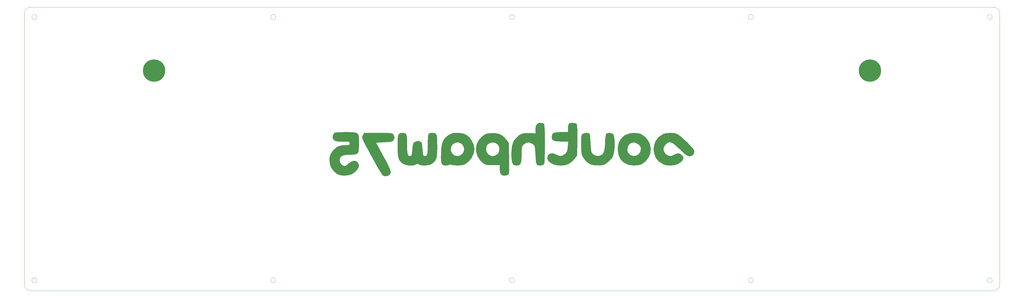
<source format=gbr>
%TF.GenerationSoftware,KiCad,Pcbnew,5.1.10-88a1d61d58~88~ubuntu21.04.1*%
%TF.CreationDate,2021-06-04T00:06:50+02:00*%
%TF.ProjectId,southpawcase,736f7574-6870-4617-9763-6173652e6b69,rev?*%
%TF.SameCoordinates,Original*%
%TF.FileFunction,Copper,L2,Bot*%
%TF.FilePolarity,Positive*%
%FSLAX46Y46*%
G04 Gerber Fmt 4.6, Leading zero omitted, Abs format (unit mm)*
G04 Created by KiCad (PCBNEW 5.1.10-88a1d61d58~88~ubuntu21.04.1) date 2021-06-04 00:06:50*
%MOMM*%
%LPD*%
G01*
G04 APERTURE LIST*
%TA.AperFunction,Profile*%
%ADD10C,0.050000*%
%TD*%
%TA.AperFunction,EtchedComponent*%
%ADD11C,0.010000*%
%TD*%
%TA.AperFunction,ComponentPad*%
%ADD12C,8.600000*%
%TD*%
G04 APERTURE END LIST*
D10*
X27687000Y-94428000D02*
G75*
G03*
X27687000Y-94428000I-950000J0D01*
G01*
X27687000Y-196078000D02*
G75*
G03*
X27687000Y-196078000I-950000J0D01*
G01*
X211987000Y-94428000D02*
G75*
G03*
X211987000Y-94428000I-950000J0D01*
G01*
X119837000Y-94428000D02*
G75*
G03*
X119837000Y-94428000I-950000J0D01*
G01*
X304137000Y-94428000D02*
G75*
G03*
X304137000Y-94428000I-950000J0D01*
G01*
X119837000Y-196078000D02*
G75*
G03*
X119837000Y-196078000I-950000J0D01*
G01*
X211987000Y-196078000D02*
G75*
G03*
X211987000Y-196078000I-950000J0D01*
G01*
X304137000Y-196078000D02*
G75*
G03*
X304137000Y-196078000I-950000J0D01*
G01*
X25318250Y-90628000D02*
X387268250Y-90628000D01*
X387268250Y-200165500D02*
X25318250Y-200165500D01*
X22937000Y-93009250D02*
G75*
G02*
X25318250Y-90628000I2381250J0D01*
G01*
X25318250Y-200165500D02*
G75*
G02*
X22937000Y-197784250I0J2381250D01*
G01*
X399174500Y-197784250D02*
G75*
G02*
X396793250Y-200165500I-2381250J0D01*
G01*
X396793250Y-90628000D02*
G75*
G02*
X399174500Y-93009250I0J-2381250D01*
G01*
X387268250Y-200165500D02*
X394412000Y-200165500D01*
X387268250Y-90628000D02*
X394412000Y-90628000D01*
X394412000Y-90628000D02*
X396793250Y-90628000D01*
X394412000Y-200165500D02*
X396793250Y-200165500D01*
X22937000Y-197784250D02*
X22937000Y-93009250D01*
X399174500Y-93009250D02*
X399174500Y-197784250D01*
X396287000Y-196078000D02*
G75*
G03*
X396287000Y-196078000I-950000J0D01*
G01*
X396287000Y-94428000D02*
G75*
G03*
X396287000Y-94428000I-950000J0D01*
G01*
D11*
G36*
X153558094Y-139913399D02*
G01*
X153239346Y-140648181D01*
X153345416Y-141436600D01*
X153377709Y-141532431D01*
X153638944Y-142129117D01*
X154132337Y-143120798D01*
X154809414Y-144420038D01*
X155621700Y-145939396D01*
X156520718Y-147591435D01*
X157457996Y-149288715D01*
X158385056Y-150943798D01*
X159253424Y-152469244D01*
X160014625Y-153777616D01*
X160620184Y-154781473D01*
X161021625Y-155393378D01*
X161138944Y-155532044D01*
X162031357Y-155880496D01*
X163040793Y-155710497D01*
X163526319Y-155440393D01*
X164086091Y-154716633D01*
X164188001Y-154170393D01*
X164048544Y-153663729D01*
X163661086Y-152729506D01*
X163069610Y-151461631D01*
X162318095Y-149954015D01*
X161450523Y-148300564D01*
X161361963Y-148136161D01*
X158538379Y-142906750D01*
X161688341Y-142757338D01*
X163143303Y-142673220D01*
X164118677Y-142569309D01*
X164732507Y-142421504D01*
X165102837Y-142205707D01*
X165261438Y-142027871D01*
X165651108Y-141154977D01*
X165482864Y-140276338D01*
X165219394Y-139835593D01*
X165030410Y-139598827D01*
X164785611Y-139426251D01*
X164396169Y-139307729D01*
X163773259Y-139233126D01*
X162828055Y-139192306D01*
X161471730Y-139175132D01*
X159615460Y-139171469D01*
X159399224Y-139171455D01*
X154044234Y-139171455D01*
X153558094Y-139913399D01*
G37*
X153558094Y-139913399D02*
X153239346Y-140648181D01*
X153345416Y-141436600D01*
X153377709Y-141532431D01*
X153638944Y-142129117D01*
X154132337Y-143120798D01*
X154809414Y-144420038D01*
X155621700Y-145939396D01*
X156520718Y-147591435D01*
X157457996Y-149288715D01*
X158385056Y-150943798D01*
X159253424Y-152469244D01*
X160014625Y-153777616D01*
X160620184Y-154781473D01*
X161021625Y-155393378D01*
X161138944Y-155532044D01*
X162031357Y-155880496D01*
X163040793Y-155710497D01*
X163526319Y-155440393D01*
X164086091Y-154716633D01*
X164188001Y-154170393D01*
X164048544Y-153663729D01*
X163661086Y-152729506D01*
X163069610Y-151461631D01*
X162318095Y-149954015D01*
X161450523Y-148300564D01*
X161361963Y-148136161D01*
X158538379Y-142906750D01*
X161688341Y-142757338D01*
X163143303Y-142673220D01*
X164118677Y-142569309D01*
X164732507Y-142421504D01*
X165102837Y-142205707D01*
X165261438Y-142027871D01*
X165651108Y-141154977D01*
X165482864Y-140276338D01*
X165219394Y-139835593D01*
X165030410Y-139598827D01*
X164785611Y-139426251D01*
X164396169Y-139307729D01*
X163773259Y-139233126D01*
X162828055Y-139192306D01*
X161471730Y-139175132D01*
X159615460Y-139171469D01*
X159399224Y-139171455D01*
X154044234Y-139171455D01*
X153558094Y-139913399D01*
G36*
X201924525Y-139318554D02*
G01*
X201093312Y-139494842D01*
X200421548Y-139825139D01*
X199847092Y-140249776D01*
X198358113Y-141739397D01*
X197454719Y-143339537D01*
X197209280Y-144258415D01*
X197169648Y-146188314D01*
X197671477Y-148021949D01*
X198663762Y-149638161D01*
X199978920Y-150837776D01*
X200583865Y-151202164D01*
X201207940Y-151422809D01*
X202025448Y-151534243D01*
X203210688Y-151571001D01*
X203687973Y-151572632D01*
X206324574Y-151572632D01*
X206324574Y-153011689D01*
X206407107Y-154296503D01*
X206697190Y-155094827D01*
X207258546Y-155500256D01*
X208091439Y-155606750D01*
X208929731Y-155502205D01*
X209527587Y-155244363D01*
X209593017Y-155180944D01*
X209725884Y-154801703D01*
X209816003Y-154006330D01*
X209865309Y-152748478D01*
X209875735Y-150981796D01*
X209853724Y-148934033D01*
X209798202Y-145446750D01*
X206161579Y-145446750D01*
X206062074Y-146405461D01*
X205680800Y-147082358D01*
X205329942Y-147420817D01*
X204238624Y-148032008D01*
X203096634Y-148115818D01*
X202047157Y-147675204D01*
X201678540Y-147345467D01*
X201142758Y-146425118D01*
X200945405Y-145332527D01*
X201111848Y-144315638D01*
X201328783Y-143926737D01*
X202283558Y-143112015D01*
X203418070Y-142798971D01*
X204578534Y-143005054D01*
X205329942Y-143472682D01*
X205906811Y-144119489D01*
X206137355Y-144894872D01*
X206161579Y-145446750D01*
X209798202Y-145446750D01*
X209761044Y-143112927D01*
X208820222Y-141815184D01*
X207585535Y-140464304D01*
X206164580Y-139623276D01*
X204456162Y-139246060D01*
X203134151Y-139228226D01*
X201924525Y-139318554D01*
G37*
X201924525Y-139318554D02*
X201093312Y-139494842D01*
X200421548Y-139825139D01*
X199847092Y-140249776D01*
X198358113Y-141739397D01*
X197454719Y-143339537D01*
X197209280Y-144258415D01*
X197169648Y-146188314D01*
X197671477Y-148021949D01*
X198663762Y-149638161D01*
X199978920Y-150837776D01*
X200583865Y-151202164D01*
X201207940Y-151422809D01*
X202025448Y-151534243D01*
X203210688Y-151571001D01*
X203687973Y-151572632D01*
X206324574Y-151572632D01*
X206324574Y-153011689D01*
X206407107Y-154296503D01*
X206697190Y-155094827D01*
X207258546Y-155500256D01*
X208091439Y-155606750D01*
X208929731Y-155502205D01*
X209527587Y-155244363D01*
X209593017Y-155180944D01*
X209725884Y-154801703D01*
X209816003Y-154006330D01*
X209865309Y-152748478D01*
X209875735Y-150981796D01*
X209853724Y-148934033D01*
X209798202Y-145446750D01*
X206161579Y-145446750D01*
X206062074Y-146405461D01*
X205680800Y-147082358D01*
X205329942Y-147420817D01*
X204238624Y-148032008D01*
X203096634Y-148115818D01*
X202047157Y-147675204D01*
X201678540Y-147345467D01*
X201142758Y-146425118D01*
X200945405Y-145332527D01*
X201111848Y-144315638D01*
X201328783Y-143926737D01*
X202283558Y-143112015D01*
X203418070Y-142798971D01*
X204578534Y-143005054D01*
X205329942Y-143472682D01*
X205906811Y-144119489D01*
X206137355Y-144894872D01*
X206161579Y-145446750D01*
X209798202Y-145446750D01*
X209761044Y-143112927D01*
X208820222Y-141815184D01*
X207585535Y-140464304D01*
X206164580Y-139623276D01*
X204456162Y-139246060D01*
X203134151Y-139228226D01*
X201924525Y-139318554D01*
G36*
X146806770Y-138872632D02*
G01*
X145145762Y-138881622D01*
X143977740Y-138916988D01*
X143198198Y-138991329D01*
X142702634Y-139117241D01*
X142386543Y-139307321D01*
X142273240Y-139419103D01*
X141843701Y-140269730D01*
X141867800Y-141204193D01*
X142325162Y-141963965D01*
X142750607Y-142215924D01*
X143430496Y-142369674D01*
X144488781Y-142443864D01*
X145612221Y-142458514D01*
X146899850Y-142464187D01*
X147703765Y-142501910D01*
X148137898Y-142602740D01*
X148316179Y-142797733D01*
X148352540Y-143117947D01*
X148352809Y-143205573D01*
X148317302Y-143611883D01*
X148119425Y-143835567D01*
X147622140Y-143930967D01*
X146688412Y-143952428D01*
X146468960Y-143952632D01*
X145252217Y-144008383D01*
X144336986Y-144227034D01*
X143433321Y-144685681D01*
X143224964Y-144815211D01*
X141914663Y-145967987D01*
X141046948Y-147406329D01*
X140621817Y-149014179D01*
X140639271Y-150675480D01*
X141099311Y-152274176D01*
X142001936Y-153694209D01*
X143224964Y-154744170D01*
X144184676Y-155271147D01*
X145092251Y-155527156D01*
X146253256Y-155594090D01*
X146394254Y-155593543D01*
X148149222Y-155410218D01*
X149287814Y-155007314D01*
X150320768Y-154305007D01*
X151194393Y-153430808D01*
X151774997Y-152540672D01*
X151938691Y-151915018D01*
X151715524Y-150872968D01*
X151122840Y-150208378D01*
X150275869Y-149949133D01*
X149289839Y-150123115D01*
X148279980Y-150758209D01*
X148053985Y-150974985D01*
X147201235Y-151723649D01*
X146488691Y-151975298D01*
X145762731Y-151753348D01*
X145255461Y-151401531D01*
X144626055Y-150648455D01*
X144468103Y-149779691D01*
X144633774Y-148828002D01*
X145169313Y-148162337D01*
X146132513Y-147750542D01*
X147581167Y-147560461D01*
X148496206Y-147538514D01*
X149830365Y-147515167D01*
X150766045Y-147385166D01*
X151373856Y-147058570D01*
X151724411Y-146445438D01*
X151888319Y-145455830D01*
X151936191Y-143999805D01*
X151938691Y-143153652D01*
X151932271Y-141601655D01*
X151857570Y-140478736D01*
X151631433Y-139715524D01*
X151170702Y-139242650D01*
X150392220Y-138990746D01*
X149212829Y-138890441D01*
X147549373Y-138872367D01*
X146806770Y-138872632D01*
G37*
X146806770Y-138872632D02*
X145145762Y-138881622D01*
X143977740Y-138916988D01*
X143198198Y-138991329D01*
X142702634Y-139117241D01*
X142386543Y-139307321D01*
X142273240Y-139419103D01*
X141843701Y-140269730D01*
X141867800Y-141204193D01*
X142325162Y-141963965D01*
X142750607Y-142215924D01*
X143430496Y-142369674D01*
X144488781Y-142443864D01*
X145612221Y-142458514D01*
X146899850Y-142464187D01*
X147703765Y-142501910D01*
X148137898Y-142602740D01*
X148316179Y-142797733D01*
X148352540Y-143117947D01*
X148352809Y-143205573D01*
X148317302Y-143611883D01*
X148119425Y-143835567D01*
X147622140Y-143930967D01*
X146688412Y-143952428D01*
X146468960Y-143952632D01*
X145252217Y-144008383D01*
X144336986Y-144227034D01*
X143433321Y-144685681D01*
X143224964Y-144815211D01*
X141914663Y-145967987D01*
X141046948Y-147406329D01*
X140621817Y-149014179D01*
X140639271Y-150675480D01*
X141099311Y-152274176D01*
X142001936Y-153694209D01*
X143224964Y-154744170D01*
X144184676Y-155271147D01*
X145092251Y-155527156D01*
X146253256Y-155594090D01*
X146394254Y-155593543D01*
X148149222Y-155410218D01*
X149287814Y-155007314D01*
X150320768Y-154305007D01*
X151194393Y-153430808D01*
X151774997Y-152540672D01*
X151938691Y-151915018D01*
X151715524Y-150872968D01*
X151122840Y-150208378D01*
X150275869Y-149949133D01*
X149289839Y-150123115D01*
X148279980Y-150758209D01*
X148053985Y-150974985D01*
X147201235Y-151723649D01*
X146488691Y-151975298D01*
X145762731Y-151753348D01*
X145255461Y-151401531D01*
X144626055Y-150648455D01*
X144468103Y-149779691D01*
X144633774Y-148828002D01*
X145169313Y-148162337D01*
X146132513Y-147750542D01*
X147581167Y-147560461D01*
X148496206Y-147538514D01*
X149830365Y-147515167D01*
X150766045Y-147385166D01*
X151373856Y-147058570D01*
X151724411Y-146445438D01*
X151888319Y-145455830D01*
X151936191Y-143999805D01*
X151938691Y-143153652D01*
X151932271Y-141601655D01*
X151857570Y-140478736D01*
X151631433Y-139715524D01*
X151170702Y-139242650D01*
X150392220Y-138990746D01*
X149212829Y-138890441D01*
X147549373Y-138872367D01*
X146806770Y-138872632D01*
G36*
X270655653Y-139288980D02*
G01*
X269358664Y-139638607D01*
X269140316Y-139740022D01*
X267610766Y-140821450D01*
X266518547Y-142205067D01*
X265863913Y-143789359D01*
X265647114Y-145472811D01*
X265868403Y-147153905D01*
X266528031Y-148731128D01*
X267626251Y-150102964D01*
X269112023Y-151142002D01*
X270548250Y-151605692D01*
X272214372Y-151735772D01*
X273862309Y-151536390D01*
X275194462Y-151040280D01*
X276038804Y-150440092D01*
X276702196Y-149759791D01*
X276831855Y-149564773D01*
X277102672Y-148969605D01*
X277041129Y-148503309D01*
X276661399Y-147925738D01*
X275834405Y-147180316D01*
X274910020Y-147024038D01*
X273903918Y-147459190D01*
X273830105Y-147512399D01*
X272661167Y-148068931D01*
X271502475Y-148036904D01*
X270417839Y-147420766D01*
X270249822Y-147262677D01*
X269523502Y-146216596D01*
X269392283Y-145147444D01*
X269856168Y-144087243D01*
X270249822Y-143630822D01*
X270970857Y-143015956D01*
X271654338Y-142723972D01*
X272382703Y-142781914D01*
X273238390Y-143216826D01*
X274303836Y-144055753D01*
X275661480Y-145325740D01*
X275785162Y-145446750D01*
X276982884Y-146597960D01*
X277863685Y-147376808D01*
X278517245Y-147848946D01*
X279033245Y-148080026D01*
X279458859Y-148136161D01*
X280487969Y-147902758D01*
X281135788Y-147250487D01*
X281329279Y-146390680D01*
X281223469Y-145930841D01*
X280867056Y-145338627D01*
X280201564Y-144539275D01*
X279168521Y-143458023D01*
X278565162Y-142856614D01*
X277434712Y-141776606D01*
X276364665Y-140817645D01*
X275471308Y-140079954D01*
X274870932Y-139663757D01*
X274844707Y-139650163D01*
X273653709Y-139290741D01*
X272172346Y-139171686D01*
X270655653Y-139288980D01*
G37*
X270655653Y-139288980D02*
X269358664Y-139638607D01*
X269140316Y-139740022D01*
X267610766Y-140821450D01*
X266518547Y-142205067D01*
X265863913Y-143789359D01*
X265647114Y-145472811D01*
X265868403Y-147153905D01*
X266528031Y-148731128D01*
X267626251Y-150102964D01*
X269112023Y-151142002D01*
X270548250Y-151605692D01*
X272214372Y-151735772D01*
X273862309Y-151536390D01*
X275194462Y-151040280D01*
X276038804Y-150440092D01*
X276702196Y-149759791D01*
X276831855Y-149564773D01*
X277102672Y-148969605D01*
X277041129Y-148503309D01*
X276661399Y-147925738D01*
X275834405Y-147180316D01*
X274910020Y-147024038D01*
X273903918Y-147459190D01*
X273830105Y-147512399D01*
X272661167Y-148068931D01*
X271502475Y-148036904D01*
X270417839Y-147420766D01*
X270249822Y-147262677D01*
X269523502Y-146216596D01*
X269392283Y-145147444D01*
X269856168Y-144087243D01*
X270249822Y-143630822D01*
X270970857Y-143015956D01*
X271654338Y-142723972D01*
X272382703Y-142781914D01*
X273238390Y-143216826D01*
X274303836Y-144055753D01*
X275661480Y-145325740D01*
X275785162Y-145446750D01*
X276982884Y-146597960D01*
X277863685Y-147376808D01*
X278517245Y-147848946D01*
X279033245Y-148080026D01*
X279458859Y-148136161D01*
X280487969Y-147902758D01*
X281135788Y-147250487D01*
X281329279Y-146390680D01*
X281223469Y-145930841D01*
X280867056Y-145338627D01*
X280201564Y-144539275D01*
X279168521Y-143458023D01*
X278565162Y-142856614D01*
X277434712Y-141776606D01*
X276364665Y-140817645D01*
X275471308Y-140079954D01*
X274870932Y-139663757D01*
X274844707Y-139650163D01*
X273653709Y-139290741D01*
X272172346Y-139171686D01*
X270655653Y-139288980D01*
G36*
X256189133Y-139434633D02*
G01*
X254760655Y-139997700D01*
X254396276Y-140226378D01*
X253012793Y-141503567D01*
X252155418Y-143035009D01*
X251804156Y-144863792D01*
X251806522Y-145807401D01*
X252163287Y-147793170D01*
X252978196Y-149412175D01*
X254212744Y-150627870D01*
X255828422Y-151403709D01*
X257786724Y-151703146D01*
X258021044Y-151705431D01*
X259197195Y-151640400D01*
X260263221Y-151478696D01*
X260859868Y-151303548D01*
X261683255Y-150814885D01*
X262514766Y-150140704D01*
X262605849Y-150051455D01*
X263753432Y-148512994D01*
X264377589Y-146817697D01*
X264470865Y-145432564D01*
X260710456Y-145432564D01*
X260460907Y-146622084D01*
X259800753Y-147502492D01*
X258862735Y-148013590D01*
X257779594Y-148095178D01*
X256684070Y-147687058D01*
X256326264Y-147420817D01*
X255749395Y-146774010D01*
X255518852Y-145998627D01*
X255494627Y-145446750D01*
X255737363Y-144234312D01*
X256383134Y-143359466D01*
X257308286Y-142877349D01*
X258389164Y-142843099D01*
X259502115Y-143311853D01*
X259791058Y-143530960D01*
X260444951Y-144233111D01*
X260692255Y-145017937D01*
X260710456Y-145432564D01*
X264470865Y-145432564D01*
X264495753Y-145062999D01*
X264125358Y-143346332D01*
X263283837Y-141765132D01*
X261988624Y-140416832D01*
X260739753Y-139621989D01*
X259401342Y-139225563D01*
X257810249Y-139170182D01*
X256189133Y-139434633D01*
G37*
X256189133Y-139434633D02*
X254760655Y-139997700D01*
X254396276Y-140226378D01*
X253012793Y-141503567D01*
X252155418Y-143035009D01*
X251804156Y-144863792D01*
X251806522Y-145807401D01*
X252163287Y-147793170D01*
X252978196Y-149412175D01*
X254212744Y-150627870D01*
X255828422Y-151403709D01*
X257786724Y-151703146D01*
X258021044Y-151705431D01*
X259197195Y-151640400D01*
X260263221Y-151478696D01*
X260859868Y-151303548D01*
X261683255Y-150814885D01*
X262514766Y-150140704D01*
X262605849Y-150051455D01*
X263753432Y-148512994D01*
X264377589Y-146817697D01*
X264470865Y-145432564D01*
X260710456Y-145432564D01*
X260460907Y-146622084D01*
X259800753Y-147502492D01*
X258862735Y-148013590D01*
X257779594Y-148095178D01*
X256684070Y-147687058D01*
X256326264Y-147420817D01*
X255749395Y-146774010D01*
X255518852Y-145998627D01*
X255494627Y-145446750D01*
X255737363Y-144234312D01*
X256383134Y-143359466D01*
X257308286Y-142877349D01*
X258389164Y-142843099D01*
X259502115Y-143311853D01*
X259791058Y-143530960D01*
X260444951Y-144233111D01*
X260692255Y-145017937D01*
X260710456Y-145432564D01*
X264470865Y-145432564D01*
X264495753Y-145062999D01*
X264125358Y-143346332D01*
X263283837Y-141765132D01*
X261988624Y-140416832D01*
X260739753Y-139621989D01*
X259401342Y-139225563D01*
X257810249Y-139170182D01*
X256189133Y-139434633D01*
G36*
X247650526Y-139321915D02*
G01*
X247332458Y-139544985D01*
X247195588Y-139985692D01*
X247065634Y-140880158D01*
X246959945Y-142084582D01*
X246908873Y-143056161D01*
X246804516Y-144782603D01*
X246621422Y-146017674D01*
X246323034Y-146866160D01*
X245872799Y-147432847D01*
X245248383Y-147816072D01*
X244011594Y-148117929D01*
X242879691Y-147834212D01*
X242275345Y-147415473D01*
X241911152Y-147073526D01*
X241664697Y-146709120D01*
X241505806Y-146196743D01*
X241404302Y-145410882D01*
X241330011Y-144226026D01*
X241287505Y-143306650D01*
X241207011Y-141917306D01*
X241103095Y-140733359D01*
X240990005Y-139891634D01*
X240895761Y-139544985D01*
X240404763Y-139258373D01*
X239615778Y-139184756D01*
X238785687Y-139315080D01*
X238171370Y-139640291D01*
X238170624Y-139641035D01*
X237959376Y-139975554D01*
X237819421Y-140546486D01*
X237738510Y-141457824D01*
X237704395Y-142813559D01*
X237701044Y-143628153D01*
X237714121Y-145198549D01*
X237767354Y-146317665D01*
X237881749Y-147131561D01*
X238078314Y-147786296D01*
X238378054Y-148427929D01*
X238396339Y-148462691D01*
X239089374Y-149457609D01*
X240006166Y-150395563D01*
X240357524Y-150671305D01*
X241163288Y-151171699D01*
X241953373Y-151461482D01*
X242963427Y-151608684D01*
X243771053Y-151656778D01*
X245230381Y-151656513D01*
X246263818Y-151491997D01*
X246815162Y-151269207D01*
X248398689Y-150128328D01*
X249621780Y-148654055D01*
X249983927Y-147986750D01*
X250273022Y-147051744D01*
X250470716Y-145790634D01*
X250576654Y-144350675D01*
X250590481Y-142879122D01*
X250511842Y-141523232D01*
X250340383Y-140430260D01*
X250075748Y-139747462D01*
X250003985Y-139666005D01*
X249299111Y-139302658D01*
X248426060Y-139183950D01*
X247650526Y-139321915D01*
G37*
X247650526Y-139321915D02*
X247332458Y-139544985D01*
X247195588Y-139985692D01*
X247065634Y-140880158D01*
X246959945Y-142084582D01*
X246908873Y-143056161D01*
X246804516Y-144782603D01*
X246621422Y-146017674D01*
X246323034Y-146866160D01*
X245872799Y-147432847D01*
X245248383Y-147816072D01*
X244011594Y-148117929D01*
X242879691Y-147834212D01*
X242275345Y-147415473D01*
X241911152Y-147073526D01*
X241664697Y-146709120D01*
X241505806Y-146196743D01*
X241404302Y-145410882D01*
X241330011Y-144226026D01*
X241287505Y-143306650D01*
X241207011Y-141917306D01*
X241103095Y-140733359D01*
X240990005Y-139891634D01*
X240895761Y-139544985D01*
X240404763Y-139258373D01*
X239615778Y-139184756D01*
X238785687Y-139315080D01*
X238171370Y-139640291D01*
X238170624Y-139641035D01*
X237959376Y-139975554D01*
X237819421Y-140546486D01*
X237738510Y-141457824D01*
X237704395Y-142813559D01*
X237701044Y-143628153D01*
X237714121Y-145198549D01*
X237767354Y-146317665D01*
X237881749Y-147131561D01*
X238078314Y-147786296D01*
X238378054Y-148427929D01*
X238396339Y-148462691D01*
X239089374Y-149457609D01*
X240006166Y-150395563D01*
X240357524Y-150671305D01*
X241163288Y-151171699D01*
X241953373Y-151461482D01*
X242963427Y-151608684D01*
X243771053Y-151656778D01*
X245230381Y-151656513D01*
X246263818Y-151491997D01*
X246815162Y-151269207D01*
X248398689Y-150128328D01*
X249621780Y-148654055D01*
X249983927Y-147986750D01*
X250273022Y-147051744D01*
X250470716Y-145790634D01*
X250576654Y-144350675D01*
X250590481Y-142879122D01*
X250511842Y-141523232D01*
X250340383Y-140430260D01*
X250075748Y-139747462D01*
X250003985Y-139666005D01*
X249299111Y-139302658D01*
X248426060Y-139183950D01*
X247650526Y-139321915D01*
G36*
X233605657Y-135368845D02*
G01*
X232994070Y-135631439D01*
X232979632Y-135645338D01*
X232766486Y-136141267D01*
X232638044Y-136985765D01*
X232621044Y-137438279D01*
X232621044Y-138872632D01*
X229977946Y-138872632D01*
X228408650Y-138929237D01*
X227345133Y-139127363D01*
X226703793Y-139509471D01*
X226401029Y-140118025D01*
X226345750Y-140717495D01*
X226472056Y-141468229D01*
X226903008Y-141980533D01*
X227716658Y-142290888D01*
X228991059Y-142435775D01*
X230070780Y-142458514D01*
X232702868Y-142458514D01*
X232541722Y-144466059D01*
X232419215Y-145600126D01*
X232224803Y-146337665D01*
X231881165Y-146879772D01*
X231450213Y-147304883D01*
X230461317Y-147952506D01*
X229444448Y-148081971D01*
X228273458Y-147699127D01*
X227849891Y-147471851D01*
X226707389Y-147044273D01*
X225726004Y-147120554D01*
X224996441Y-147679708D01*
X224732709Y-148193033D01*
X224665249Y-149144789D01*
X225095039Y-149996919D01*
X225925365Y-150716061D01*
X227059516Y-151268856D01*
X228400777Y-151621941D01*
X229852438Y-151741956D01*
X231317784Y-151595540D01*
X232700104Y-151149332D01*
X232947574Y-151026749D01*
X233940506Y-150334999D01*
X234879344Y-149418064D01*
X235161044Y-149059720D01*
X236057515Y-147787986D01*
X236150195Y-141963173D01*
X236172886Y-139701748D01*
X236158458Y-137990582D01*
X236104979Y-136783326D01*
X236010516Y-136033627D01*
X235889488Y-135712555D01*
X235330527Y-135415805D01*
X234476863Y-135299101D01*
X233605657Y-135368845D01*
G37*
X233605657Y-135368845D02*
X232994070Y-135631439D01*
X232979632Y-135645338D01*
X232766486Y-136141267D01*
X232638044Y-136985765D01*
X232621044Y-137438279D01*
X232621044Y-138872632D01*
X229977946Y-138872632D01*
X228408650Y-138929237D01*
X227345133Y-139127363D01*
X226703793Y-139509471D01*
X226401029Y-140118025D01*
X226345750Y-140717495D01*
X226472056Y-141468229D01*
X226903008Y-141980533D01*
X227716658Y-142290888D01*
X228991059Y-142435775D01*
X230070780Y-142458514D01*
X232702868Y-142458514D01*
X232541722Y-144466059D01*
X232419215Y-145600126D01*
X232224803Y-146337665D01*
X231881165Y-146879772D01*
X231450213Y-147304883D01*
X230461317Y-147952506D01*
X229444448Y-148081971D01*
X228273458Y-147699127D01*
X227849891Y-147471851D01*
X226707389Y-147044273D01*
X225726004Y-147120554D01*
X224996441Y-147679708D01*
X224732709Y-148193033D01*
X224665249Y-149144789D01*
X225095039Y-149996919D01*
X225925365Y-150716061D01*
X227059516Y-151268856D01*
X228400777Y-151621941D01*
X229852438Y-151741956D01*
X231317784Y-151595540D01*
X232700104Y-151149332D01*
X232947574Y-151026749D01*
X233940506Y-150334999D01*
X234879344Y-149418064D01*
X235161044Y-149059720D01*
X236057515Y-147787986D01*
X236150195Y-141963173D01*
X236172886Y-139701748D01*
X236158458Y-137990582D01*
X236104979Y-136783326D01*
X236010516Y-136033627D01*
X235889488Y-135712555D01*
X235330527Y-135415805D01*
X234476863Y-135299101D01*
X233605657Y-135368845D01*
G36*
X220903752Y-135577137D02*
G01*
X220565005Y-135833220D01*
X220194866Y-136631662D01*
X220070456Y-137860047D01*
X220070456Y-139340404D01*
X218005977Y-139223750D01*
X216233152Y-139229778D01*
X214850474Y-139514923D01*
X213692976Y-140136869D01*
X212646549Y-141097777D01*
X211874785Y-142055404D01*
X211344960Y-143055660D01*
X211017234Y-144238331D01*
X210851770Y-145743202D01*
X210808593Y-147546730D01*
X210855423Y-149243395D01*
X211023144Y-150428683D01*
X211349128Y-151182997D01*
X211870748Y-151586743D01*
X212625375Y-151720324D01*
X212749279Y-151722044D01*
X213523140Y-151626570D01*
X214067839Y-151286366D01*
X214419450Y-150620763D01*
X214614049Y-149549089D01*
X214687711Y-147990673D01*
X214691632Y-147378520D01*
X214699761Y-146001068D01*
X214744531Y-145081947D01*
X214856514Y-144481871D01*
X215066285Y-144061556D01*
X215404418Y-143681716D01*
X215529748Y-143560304D01*
X216593311Y-142891329D01*
X217727448Y-142801128D01*
X218846196Y-143291691D01*
X219082037Y-143478026D01*
X219442200Y-143815128D01*
X219687196Y-144173306D01*
X219846051Y-144675823D01*
X219947790Y-145445945D01*
X220021438Y-146606934D01*
X220069877Y-147673110D01*
X220155747Y-149295516D01*
X220279773Y-150413869D01*
X220488375Y-151121707D01*
X220827974Y-151512568D01*
X221344990Y-151679989D01*
X222077001Y-151717468D01*
X222968425Y-151531355D01*
X223347001Y-151144042D01*
X223453839Y-150650589D01*
X223538953Y-149677374D01*
X223602663Y-148324747D01*
X223645287Y-146693057D01*
X223667144Y-144882653D01*
X223668553Y-142993885D01*
X223649833Y-141127101D01*
X223611302Y-139382650D01*
X223553280Y-137860883D01*
X223476086Y-136662148D01*
X223380038Y-135886795D01*
X223297750Y-135645338D01*
X222631574Y-135338924D01*
X221738753Y-135322710D01*
X220903752Y-135577137D01*
G37*
X220903752Y-135577137D02*
X220565005Y-135833220D01*
X220194866Y-136631662D01*
X220070456Y-137860047D01*
X220070456Y-139340404D01*
X218005977Y-139223750D01*
X216233152Y-139229778D01*
X214850474Y-139514923D01*
X213692976Y-140136869D01*
X212646549Y-141097777D01*
X211874785Y-142055404D01*
X211344960Y-143055660D01*
X211017234Y-144238331D01*
X210851770Y-145743202D01*
X210808593Y-147546730D01*
X210855423Y-149243395D01*
X211023144Y-150428683D01*
X211349128Y-151182997D01*
X211870748Y-151586743D01*
X212625375Y-151720324D01*
X212749279Y-151722044D01*
X213523140Y-151626570D01*
X214067839Y-151286366D01*
X214419450Y-150620763D01*
X214614049Y-149549089D01*
X214687711Y-147990673D01*
X214691632Y-147378520D01*
X214699761Y-146001068D01*
X214744531Y-145081947D01*
X214856514Y-144481871D01*
X215066285Y-144061556D01*
X215404418Y-143681716D01*
X215529748Y-143560304D01*
X216593311Y-142891329D01*
X217727448Y-142801128D01*
X218846196Y-143291691D01*
X219082037Y-143478026D01*
X219442200Y-143815128D01*
X219687196Y-144173306D01*
X219846051Y-144675823D01*
X219947790Y-145445945D01*
X220021438Y-146606934D01*
X220069877Y-147673110D01*
X220155747Y-149295516D01*
X220279773Y-150413869D01*
X220488375Y-151121707D01*
X220827974Y-151512568D01*
X221344990Y-151679989D01*
X222077001Y-151717468D01*
X222968425Y-151531355D01*
X223347001Y-151144042D01*
X223453839Y-150650589D01*
X223538953Y-149677374D01*
X223602663Y-148324747D01*
X223645287Y-146693057D01*
X223667144Y-144882653D01*
X223668553Y-142993885D01*
X223649833Y-141127101D01*
X223611302Y-139382650D01*
X223553280Y-137860883D01*
X223476086Y-136662148D01*
X223380038Y-135886795D01*
X223297750Y-135645338D01*
X222631574Y-135338924D01*
X221738753Y-135322710D01*
X220903752Y-135577137D01*
G36*
X188616480Y-139214940D02*
G01*
X187765476Y-139399282D01*
X186951356Y-139805314D01*
X186432688Y-140142632D01*
X185411386Y-140933495D01*
X184676050Y-141784349D01*
X184178985Y-142813154D01*
X183872494Y-144137873D01*
X183708884Y-145876467D01*
X183664259Y-146989566D01*
X183636066Y-148778634D01*
X183689875Y-150055959D01*
X183856381Y-150905239D01*
X184166280Y-151410173D01*
X184650265Y-151654458D01*
X185339031Y-151721793D01*
X185399805Y-151722044D01*
X186189876Y-151654733D01*
X186691693Y-151487708D01*
X186744576Y-151434638D01*
X187160140Y-151300881D01*
X187678135Y-151434638D01*
X188724020Y-151654996D01*
X190060255Y-151705133D01*
X191422701Y-151595570D01*
X192547221Y-151336830D01*
X192800939Y-151230586D01*
X194214173Y-150234454D01*
X195365274Y-148845228D01*
X196148673Y-147229777D01*
X196458802Y-145554969D01*
X196459099Y-145529486D01*
X192578603Y-145529486D01*
X192334694Y-146508702D01*
X191772674Y-147343992D01*
X190972845Y-147933891D01*
X190015509Y-148176930D01*
X188980967Y-147971644D01*
X188502835Y-147699827D01*
X187703557Y-146822143D01*
X187342149Y-145719553D01*
X187481992Y-144592593D01*
X187503621Y-144538378D01*
X188202085Y-143486340D01*
X189158575Y-142883920D01*
X190238488Y-142762303D01*
X191307218Y-143152672D01*
X191790884Y-143545145D01*
X192424100Y-144507812D01*
X192578603Y-145529486D01*
X196459099Y-145529486D01*
X196460064Y-145446750D01*
X196203436Y-143866563D01*
X195507015Y-142296564D01*
X194481001Y-140907189D01*
X193235590Y-139868875D01*
X192662995Y-139574009D01*
X191840290Y-139357056D01*
X190703186Y-139210905D01*
X189783237Y-139171455D01*
X188616480Y-139214940D01*
G37*
X188616480Y-139214940D02*
X187765476Y-139399282D01*
X186951356Y-139805314D01*
X186432688Y-140142632D01*
X185411386Y-140933495D01*
X184676050Y-141784349D01*
X184178985Y-142813154D01*
X183872494Y-144137873D01*
X183708884Y-145876467D01*
X183664259Y-146989566D01*
X183636066Y-148778634D01*
X183689875Y-150055959D01*
X183856381Y-150905239D01*
X184166280Y-151410173D01*
X184650265Y-151654458D01*
X185339031Y-151721793D01*
X185399805Y-151722044D01*
X186189876Y-151654733D01*
X186691693Y-151487708D01*
X186744576Y-151434638D01*
X187160140Y-151300881D01*
X187678135Y-151434638D01*
X188724020Y-151654996D01*
X190060255Y-151705133D01*
X191422701Y-151595570D01*
X192547221Y-151336830D01*
X192800939Y-151230586D01*
X194214173Y-150234454D01*
X195365274Y-148845228D01*
X196148673Y-147229777D01*
X196458802Y-145554969D01*
X196459099Y-145529486D01*
X192578603Y-145529486D01*
X192334694Y-146508702D01*
X191772674Y-147343992D01*
X190972845Y-147933891D01*
X190015509Y-148176930D01*
X188980967Y-147971644D01*
X188502835Y-147699827D01*
X187703557Y-146822143D01*
X187342149Y-145719553D01*
X187481992Y-144592593D01*
X187503621Y-144538378D01*
X188202085Y-143486340D01*
X189158575Y-142883920D01*
X190238488Y-142762303D01*
X191307218Y-143152672D01*
X191790884Y-143545145D01*
X192424100Y-144507812D01*
X192578603Y-145529486D01*
X196459099Y-145529486D01*
X196460064Y-145446750D01*
X196203436Y-143866563D01*
X195507015Y-142296564D01*
X194481001Y-140907189D01*
X193235590Y-139868875D01*
X192662995Y-139574009D01*
X191840290Y-139357056D01*
X190703186Y-139210905D01*
X189783237Y-139171455D01*
X188616480Y-139214940D01*
G36*
X179621181Y-139204568D02*
G01*
X178947186Y-139480572D01*
X178892574Y-139530044D01*
X178714545Y-140019544D01*
X178597445Y-141077545D01*
X178540352Y-142714698D01*
X178533985Y-143676984D01*
X178511503Y-145455131D01*
X178427914Y-146712705D01*
X178259005Y-147525639D01*
X177980563Y-147969866D01*
X177568374Y-148121320D01*
X177128929Y-148083263D01*
X176852351Y-147940075D01*
X176667649Y-147558759D01*
X176543116Y-146821530D01*
X176447042Y-145610599D01*
X176442221Y-145532287D01*
X176338283Y-144360276D01*
X176194403Y-143414252D01*
X176037189Y-142856865D01*
X175993985Y-142792182D01*
X175143930Y-142339955D01*
X174160496Y-142352360D01*
X173435091Y-142711788D01*
X173053551Y-143095812D01*
X172812291Y-143597192D01*
X172663945Y-144374024D01*
X172561144Y-145584409D01*
X172557515Y-145640866D01*
X172458590Y-146849418D01*
X172329277Y-147580192D01*
X172135875Y-147953045D01*
X171870807Y-148083292D01*
X171334949Y-148110459D01*
X170952099Y-147905264D01*
X170698042Y-147391768D01*
X170548563Y-146494036D01*
X170479450Y-145136133D01*
X170465750Y-143676984D01*
X170450507Y-141945240D01*
X170382922Y-140723002D01*
X170230211Y-139922448D01*
X169959589Y-139455758D01*
X169538272Y-139235110D01*
X168933476Y-139172683D01*
X168783801Y-139171455D01*
X168084173Y-139218569D01*
X167579280Y-139414916D01*
X167237898Y-139843006D01*
X167028805Y-140585350D01*
X166920777Y-141724459D01*
X166882591Y-143342841D01*
X166879868Y-144202756D01*
X166911013Y-146222181D01*
X167025699Y-147750534D01*
X167255797Y-148892154D01*
X167633183Y-149751379D01*
X168189729Y-150432548D01*
X168957308Y-151039999D01*
X168971481Y-151049691D01*
X169953641Y-151480877D01*
X171195027Y-151707395D01*
X172465525Y-151717431D01*
X173535022Y-151499171D01*
X173918325Y-151303665D01*
X174458247Y-151037674D01*
X174943003Y-151202402D01*
X175087811Y-151303665D01*
X175901854Y-151617354D01*
X177049046Y-151726959D01*
X178303869Y-151640710D01*
X179440808Y-151366837D01*
X179956128Y-151126011D01*
X180750924Y-150569767D01*
X181327218Y-149948102D01*
X181718555Y-149157552D01*
X181958482Y-148094652D01*
X182080545Y-146655938D01*
X182118289Y-144737944D01*
X182118751Y-144455928D01*
X182097433Y-142894764D01*
X182038188Y-141516709D01*
X181949388Y-140449593D01*
X181839404Y-139821247D01*
X181810530Y-139749457D01*
X181308506Y-139358234D01*
X180493506Y-139170196D01*
X179621181Y-139204568D01*
G37*
X179621181Y-139204568D02*
X178947186Y-139480572D01*
X178892574Y-139530044D01*
X178714545Y-140019544D01*
X178597445Y-141077545D01*
X178540352Y-142714698D01*
X178533985Y-143676984D01*
X178511503Y-145455131D01*
X178427914Y-146712705D01*
X178259005Y-147525639D01*
X177980563Y-147969866D01*
X177568374Y-148121320D01*
X177128929Y-148083263D01*
X176852351Y-147940075D01*
X176667649Y-147558759D01*
X176543116Y-146821530D01*
X176447042Y-145610599D01*
X176442221Y-145532287D01*
X176338283Y-144360276D01*
X176194403Y-143414252D01*
X176037189Y-142856865D01*
X175993985Y-142792182D01*
X175143930Y-142339955D01*
X174160496Y-142352360D01*
X173435091Y-142711788D01*
X173053551Y-143095812D01*
X172812291Y-143597192D01*
X172663945Y-144374024D01*
X172561144Y-145584409D01*
X172557515Y-145640866D01*
X172458590Y-146849418D01*
X172329277Y-147580192D01*
X172135875Y-147953045D01*
X171870807Y-148083292D01*
X171334949Y-148110459D01*
X170952099Y-147905264D01*
X170698042Y-147391768D01*
X170548563Y-146494036D01*
X170479450Y-145136133D01*
X170465750Y-143676984D01*
X170450507Y-141945240D01*
X170382922Y-140723002D01*
X170230211Y-139922448D01*
X169959589Y-139455758D01*
X169538272Y-139235110D01*
X168933476Y-139172683D01*
X168783801Y-139171455D01*
X168084173Y-139218569D01*
X167579280Y-139414916D01*
X167237898Y-139843006D01*
X167028805Y-140585350D01*
X166920777Y-141724459D01*
X166882591Y-143342841D01*
X166879868Y-144202756D01*
X166911013Y-146222181D01*
X167025699Y-147750534D01*
X167255797Y-148892154D01*
X167633183Y-149751379D01*
X168189729Y-150432548D01*
X168957308Y-151039999D01*
X168971481Y-151049691D01*
X169953641Y-151480877D01*
X171195027Y-151707395D01*
X172465525Y-151717431D01*
X173535022Y-151499171D01*
X173918325Y-151303665D01*
X174458247Y-151037674D01*
X174943003Y-151202402D01*
X175087811Y-151303665D01*
X175901854Y-151617354D01*
X177049046Y-151726959D01*
X178303869Y-151640710D01*
X179440808Y-151366837D01*
X179956128Y-151126011D01*
X180750924Y-150569767D01*
X181327218Y-149948102D01*
X181718555Y-149157552D01*
X181958482Y-148094652D01*
X182080545Y-146655938D01*
X182118289Y-144737944D01*
X182118751Y-144455928D01*
X182097433Y-142894764D01*
X182038188Y-141516709D01*
X181949388Y-140449593D01*
X181839404Y-139821247D01*
X181810530Y-139749457D01*
X181308506Y-139358234D01*
X180493506Y-139170196D01*
X179621181Y-139204568D01*
D12*
X349138250Y-115165500D03*
X72938250Y-115165500D03*
M02*

</source>
